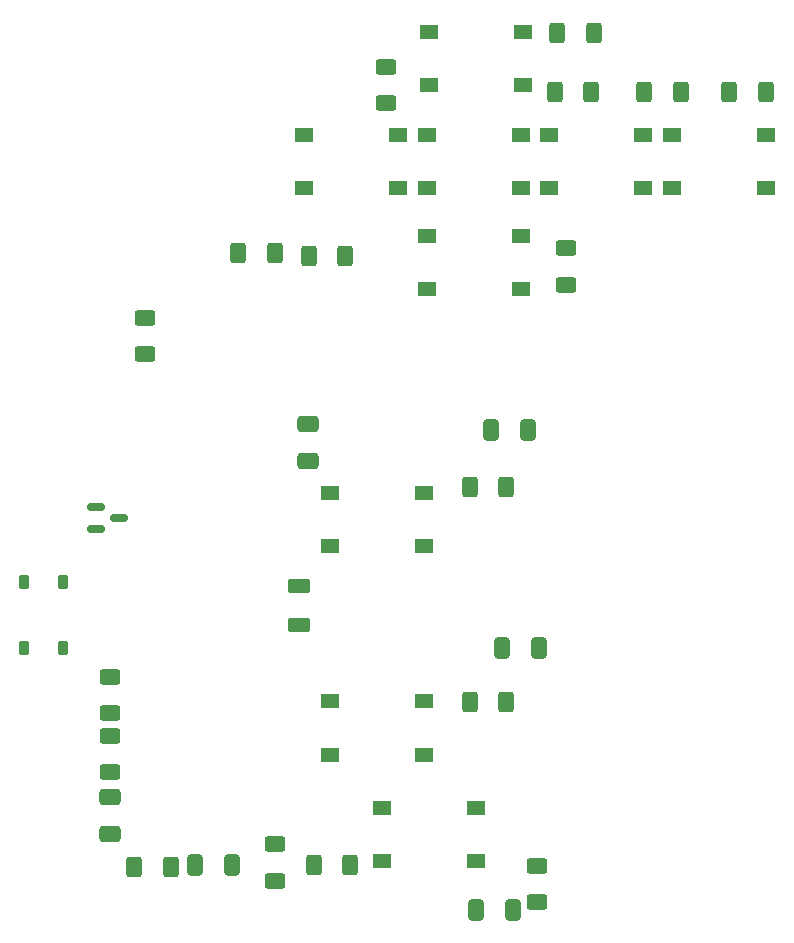
<source format=gbr>
%TF.GenerationSoftware,KiCad,Pcbnew,7.0.9*%
%TF.CreationDate,2025-01-17T20:12:22+02:00*%
%TF.ProjectId,varaajamonitori,76617261-616a-4616-9d6f-6e69746f7269,rev?*%
%TF.SameCoordinates,Original*%
%TF.FileFunction,Paste,Top*%
%TF.FilePolarity,Positive*%
%FSLAX46Y46*%
G04 Gerber Fmt 4.6, Leading zero omitted, Abs format (unit mm)*
G04 Created by KiCad (PCBNEW 7.0.9) date 2025-01-17 20:12:22*
%MOMM*%
%LPD*%
G01*
G04 APERTURE LIST*
G04 Aperture macros list*
%AMRoundRect*
0 Rectangle with rounded corners*
0 $1 Rounding radius*
0 $2 $3 $4 $5 $6 $7 $8 $9 X,Y pos of 4 corners*
0 Add a 4 corners polygon primitive as box body*
4,1,4,$2,$3,$4,$5,$6,$7,$8,$9,$2,$3,0*
0 Add four circle primitives for the rounded corners*
1,1,$1+$1,$2,$3*
1,1,$1+$1,$4,$5*
1,1,$1+$1,$6,$7*
1,1,$1+$1,$8,$9*
0 Add four rect primitives between the rounded corners*
20,1,$1+$1,$2,$3,$4,$5,0*
20,1,$1+$1,$4,$5,$6,$7,0*
20,1,$1+$1,$6,$7,$8,$9,0*
20,1,$1+$1,$8,$9,$2,$3,0*%
G04 Aperture macros list end*
%ADD10R,1.550000X1.300000*%
%ADD11RoundRect,0.250000X-0.400000X-0.625000X0.400000X-0.625000X0.400000X0.625000X-0.400000X0.625000X0*%
%ADD12RoundRect,0.250000X0.400000X0.625000X-0.400000X0.625000X-0.400000X-0.625000X0.400000X-0.625000X0*%
%ADD13RoundRect,0.250000X-0.625000X0.400000X-0.625000X-0.400000X0.625000X-0.400000X0.625000X0.400000X0*%
%ADD14RoundRect,0.250000X0.412500X0.650000X-0.412500X0.650000X-0.412500X-0.650000X0.412500X-0.650000X0*%
%ADD15RoundRect,0.250000X0.625000X-0.400000X0.625000X0.400000X-0.625000X0.400000X-0.625000X-0.400000X0*%
%ADD16RoundRect,0.250000X-0.650000X0.412500X-0.650000X-0.412500X0.650000X-0.412500X0.650000X0.412500X0*%
%ADD17RoundRect,0.250000X-0.700000X0.362500X-0.700000X-0.362500X0.700000X-0.362500X0.700000X0.362500X0*%
%ADD18RoundRect,0.250000X-0.412500X-0.650000X0.412500X-0.650000X0.412500X0.650000X-0.412500X0.650000X0*%
%ADD19RoundRect,0.150000X-0.587500X-0.150000X0.587500X-0.150000X0.587500X0.150000X-0.587500X0.150000X0*%
%ADD20RoundRect,0.225000X0.225000X0.375000X-0.225000X0.375000X-0.225000X-0.375000X0.225000X-0.375000X0*%
G04 APERTURE END LIST*
D10*
%TO.C,SW2*%
X85625000Y-82950000D03*
X93575000Y-82950000D03*
X85625000Y-87450000D03*
X93575000Y-87450000D03*
%TD*%
D11*
%TO.C,R23*%
X96650000Y-65750000D03*
X99750000Y-65750000D03*
%TD*%
D12*
%TO.C,R4*%
X114350000Y-70750000D03*
X111250000Y-70750000D03*
%TD*%
D11*
%TO.C,R12*%
X69650000Y-84400000D03*
X72750000Y-84400000D03*
%TD*%
D13*
%TO.C,R5*%
X72800000Y-134450000D03*
X72800000Y-137550000D03*
%TD*%
D14*
%TO.C,C9*%
X95162500Y-117800000D03*
X92037500Y-117800000D03*
%TD*%
D13*
%TO.C,R22*%
X97400000Y-84000000D03*
X97400000Y-87100000D03*
%TD*%
D15*
%TO.C,R2*%
X95000000Y-139350000D03*
X95000000Y-136250000D03*
%TD*%
D16*
%TO.C,C5*%
X75600000Y-98837500D03*
X75600000Y-101962500D03*
%TD*%
%TO.C,C16*%
X58800000Y-130437500D03*
X58800000Y-133562500D03*
%TD*%
D17*
%TO.C,L1*%
X74800000Y-112537500D03*
X74800000Y-115862500D03*
%TD*%
D10*
%TO.C,SW4*%
X75225000Y-74350000D03*
X83175000Y-74350000D03*
X75225000Y-78850000D03*
X83175000Y-78850000D03*
%TD*%
D11*
%TO.C,R6*%
X96450000Y-70750000D03*
X99550000Y-70750000D03*
%TD*%
%TO.C,R14*%
X76050000Y-136200000D03*
X79150000Y-136200000D03*
%TD*%
D10*
%TO.C,SW7*%
X81850000Y-131400000D03*
X89800000Y-131400000D03*
X81850000Y-135900000D03*
X89800000Y-135900000D03*
%TD*%
%TO.C,SW5*%
X85625000Y-74350000D03*
X93575000Y-74350000D03*
X85625000Y-78850000D03*
X93575000Y-78850000D03*
%TD*%
%TO.C,SW1*%
X85800000Y-65650000D03*
X93750000Y-65650000D03*
X85800000Y-70150000D03*
X93750000Y-70150000D03*
%TD*%
D18*
%TO.C,C13*%
X66037500Y-136200000D03*
X69162500Y-136200000D03*
%TD*%
D15*
%TO.C,R7*%
X61800000Y-92950000D03*
X61800000Y-89850000D03*
%TD*%
D11*
%TO.C,R21*%
X104050000Y-70750000D03*
X107150000Y-70750000D03*
%TD*%
D19*
%TO.C,Q5*%
X57662500Y-105850000D03*
X57662500Y-107750000D03*
X59537500Y-106800000D03*
%TD*%
D11*
%TO.C,R11*%
X89250000Y-104200000D03*
X92350000Y-104200000D03*
%TD*%
D12*
%TO.C,R24*%
X78750000Y-84600000D03*
X75650000Y-84600000D03*
%TD*%
D14*
%TO.C,C8*%
X94162500Y-99400000D03*
X91037500Y-99400000D03*
%TD*%
D20*
%TO.C,D3*%
X54850000Y-117800000D03*
X51550000Y-117800000D03*
%TD*%
D10*
%TO.C,SW6*%
X106400000Y-74350000D03*
X114350000Y-74350000D03*
X106400000Y-78850000D03*
X114350000Y-78850000D03*
%TD*%
%TO.C,SW9*%
X77425000Y-122350000D03*
X85375000Y-122350000D03*
X77425000Y-126850000D03*
X85375000Y-126850000D03*
%TD*%
D13*
%TO.C,R3*%
X58770000Y-125250000D03*
X58770000Y-128350000D03*
%TD*%
D18*
%TO.C,C3*%
X89837500Y-140000000D03*
X92962500Y-140000000D03*
%TD*%
D10*
%TO.C,SW8*%
X77425000Y-104700000D03*
X85375000Y-104700000D03*
X77425000Y-109200000D03*
X85375000Y-109200000D03*
%TD*%
%TO.C,SW3*%
X96000000Y-74350000D03*
X103950000Y-74350000D03*
X96000000Y-78850000D03*
X103950000Y-78850000D03*
%TD*%
D12*
%TO.C,R10*%
X63950000Y-136400000D03*
X60850000Y-136400000D03*
%TD*%
D15*
%TO.C,R1*%
X58800000Y-123350000D03*
X58800000Y-120250000D03*
%TD*%
D20*
%TO.C,D1*%
X54850000Y-112200000D03*
X51550000Y-112200000D03*
%TD*%
D11*
%TO.C,R9*%
X89250000Y-122400000D03*
X92350000Y-122400000D03*
%TD*%
D15*
%TO.C,R13*%
X82200000Y-71700000D03*
X82200000Y-68600000D03*
%TD*%
M02*

</source>
